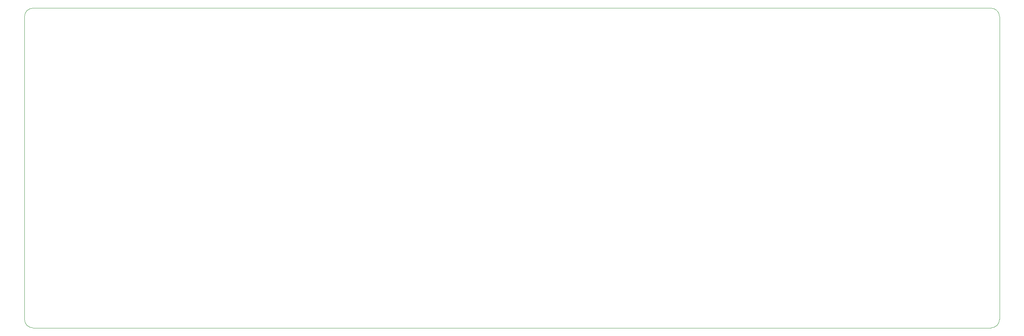
<source format=gbr>
G04 #@! TF.GenerationSoftware,KiCad,Pcbnew,(5.1.2-1)-1*
G04 #@! TF.CreationDate,2020-05-18T19:43:29-05:00*
G04 #@! TF.ProjectId,therick_THT,74686572-6963-46b5-9f54-48542e6b6963,rev?*
G04 #@! TF.SameCoordinates,Original*
G04 #@! TF.FileFunction,Profile,NP*
%FSLAX46Y46*%
G04 Gerber Fmt 4.6, Leading zero omitted, Abs format (unit mm)*
G04 Created by KiCad (PCBNEW (5.1.2-1)-1) date 2020-05-18 19:43:29*
%MOMM*%
%LPD*%
G04 APERTURE LIST*
%ADD10C,0.050000*%
G04 APERTURE END LIST*
D10*
X271859375Y-35718750D02*
G75*
G02X273843750Y-37703125I0J-1984375D01*
G01*
X273843750Y-108346875D02*
G75*
G02X271859375Y-110331250I-1984375J0D01*
G01*
X48815625Y-110331250D02*
G75*
G02X46831250Y-108346875I0J1984375D01*
G01*
X46831250Y-37703125D02*
G75*
G02X48815625Y-35718750I1984375J0D01*
G01*
X271859375Y-35718750D02*
X48815625Y-35718750D01*
X273843750Y-108346875D02*
X273843750Y-37703125D01*
X48815625Y-110331250D02*
X271859375Y-110331250D01*
X46831250Y-37703125D02*
X46831250Y-108346875D01*
M02*

</source>
